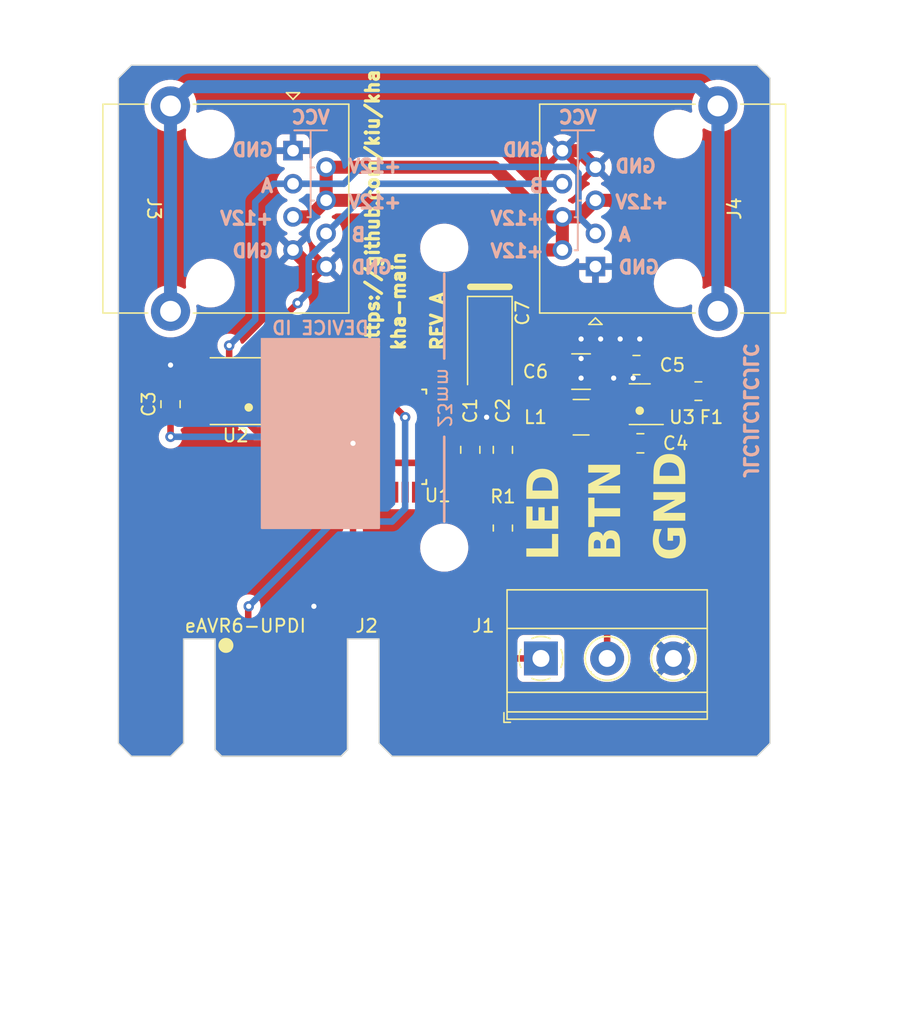
<source format=kicad_pcb>
(kicad_pcb (version 20221018) (generator pcbnew)
  (layers (0 "F.Cu" signal) (31 "B.Cu" signal) (34 "B.Paste" user) (35 "F.Paste" user) (36 "B.SilkS" user "B.Silkscreen") (37 "F.SilkS" user "F.Silkscreen") (38 "B.Mask" user) (39 "F.Mask" user) (44 "Edge.Cuts" user))
  (net 0 "")
  (net 1 "+5V")
  (net 2 "GND")
  (net 3 "UPDI")
  (net 4 "BUS_RX")
  (net 5 "BUS_DIR")
  (net 6 "BUS_TX")
  (net 15 "+12V")
  (net 16 "485A")
  (net 17 "485B")
  (net 20 "Net-(U3-SW)")
  (net 21 "Net-(U3-BST)")
  (net 22 "Net-(U3-EN)")
  (net 27 "LED")
  (net 29 "BTN")
  (net 34 "Net-(J3-PadSH)")
  (net 37 "Net-(J1-Pin_1)")
  (footprint "Capacitor_SMD:C_1210_3225Metric" (layer "F.Cu") (at 124.5 61.5)
    (fp_text reference "C6" (at -3.5 0) (layer "F.SilkS"))
    (fp_text value "47uF")
    (fp_line (start -0.711252 -1.36) (end 0.711252 -1.36) (stroke (width 0.12)) (layer "F.SilkS"))
    (fp_line (start -0.711252 1.36) (end 0.711252 1.36) (stroke (width 0.12)) (layer "F.SilkS"))
    (pad "1" smd roundrect (at -1.475 0) (size 1.15 2.7) (layers "F.Cu" "F.Paste" "F.Mask") (roundrect_rratio 0.2173913043) (net 1 "+5V"))
    (pad "2" smd roundrect (at 1.475 0) (size 1.15 2.7) (layers "F.Cu" "F.Paste" "F.Mask") (roundrect_rratio 0.2173913043) (net 2 "GND"))
  )
  (footprint "Fuse:Fuse_0805_2012Metric" (layer "F.Cu") (at 133.5 63)
    (fp_text reference "F1" (at 1 2) (layer "F.SilkS"))
    (fp_text value "Polyfuse")
    (fp_line (start -0.258578 -0.71) (end 0.258578 -0.71) (stroke (width 0.12)) (layer "F.SilkS"))
    (fp_line (start -0.258578 0.71) (end 0.258578 0.71) (stroke (width 0.12)) (layer "F.SilkS"))
    (pad "1" smd roundrect (at -0.9375 0) (size 0.975 1.4) (layers "F.Cu" "F.Paste" "F.Mask") (net 22 "Net-(U3-EN)"))
    (pad "2" smd roundrect (at 0.9375 0) (size 0.975 1.4) (layers "F.Cu" "F.Paste" "F.Mask") (net 15 "+12V"))
  )
  (footprint "TerminalBlock_Phoenix:TerminalBlock_Phoenix_MKDS-1,5-3-5.08_1x03_P5.08mm_Horizontal" (layer "F.Cu") (at 121.42 83.5)
    (fp_text reference "J1" (at -4.42 -2.5) (layer "F.SilkS"))
    (fp_text value "Conn_01x03")
    (fp_line (start -2.84 4.16) (end -2.84 4.9) (stroke (width 0.12)) (layer "F.SilkS"))
    (fp_line (start -2.84 4.9) (end -2.34 4.9) (stroke (width 0.12)) (layer "F.SilkS"))
    (fp_line (start -2.6 -5.261) (end -2.6 4.66) (stroke (width 0.12)) (layer "F.SilkS"))
    (fp_line (start -2.6 -5.261) (end 12.76 -5.261) (stroke (width 0.12)) (layer "F.SilkS"))
    (fp_line (start -2.6 -2.301) (end 12.76 -2.301) (stroke (width 0.12)) (layer "F.SilkS"))
    (fp_line (start -2.6 2.6) (end 12.76 2.6) (stroke (width 0.12)) (layer "F.SilkS"))
    (fp_line (start -2.6 4.1) (end 12.76 4.1) (stroke (width 0.12)) (layer "F.SilkS"))
    (fp_line (start -2.6 4.66) (end 12.76 4.66) (stroke (width 0.12)) (layer "F.SilkS"))
    (fp_line (start 3.853 1.023) (end 3.806 1.069) (stroke (width 0.12)) (layer "F.SilkS"))
    (fp_line (start 4.046 1.239) (end 4.011 1.274) (stroke (width 0.12)) (layer "F.SilkS"))
    (fp_line (start 6.15 -1.275) (end 6.115 -1.239) (stroke (width 0.12)) (layer "F.SilkS"))
    (fp_line (start 6.355 -1.069) (end 6.308 -1.023) (stroke (width 0.12)) (layer "F.SilkS"))
    (fp_line (start 8.933 1.023) (end 8.886 1.069) (stroke (width 0.12)) (layer "F.SilkS"))
    (fp_line (start 9.126 1.239) (end 9.091 1.274) (stroke (width 0.12)) (layer "F.SilkS"))
    (fp_line (start 11.23 -1.275) (end 11.195 -1.239) (stroke (width 0.12)) (layer "F.SilkS"))
    (fp_line (start 11.435 -1.069) (end 11.388 -1.023) (stroke (width 0.12)) (layer "F.SilkS"))
    (fp_line (start 12.76 -5.261) (end 12.76 4.66) (stroke (width 0.12)) (layer "F.SilkS"))
    (fp_arc (start -1.535427 0.683042) (mid -1.680501 -0.000524) (end -1.535 -0.684) (stroke (width 0.12)) (layer "F.SilkS"))
    (fp_arc (start -0.683042 -1.535427) (mid 0.000524 -1.680501) (end 0.684 -1.535) (stroke (width 0.12)) (layer "F.SilkS"))
    (fp_arc (start 0.028805 1.680253) (mid -0.335551 1.646659) (end -0.684 1.535) (stroke (width 0.12)) (layer "F.SilkS"))
    (fp_arc (start 0.683318 1.534756) (mid 0.349292 1.643288) (end 0 1.68) (stroke (width 0.12)) (layer "F.SilkS"))
    (fp_arc (start 1.535427 -0.683042) (mid 1.680501 0.000524) (end 1.535 0.684) (stroke (width 0.12)) (layer "F.SilkS"))
    (fp_circle (center 5.08 0) (end 6.76 0) (stroke (width 0.12)) (fill none) (layer "F.SilkS"))
    (fp_circle (center 10.16 0) (end 11.84 0) (stroke (width 0.12)) (fill none) (layer "F.SilkS"))
    (pad "1" thru_hole rect (at 0 0) (size 2.6 2.6) (drill 1.3) (layers "*.Cu" "*.Mask") (net 37 "Net-(J1-Pin_1)"))
    (pad "2" thru_hole circle (at 5.08 0) (size 2.6 2.6) (drill 1.3) (layers "*.Cu" "*.Mask") (net 29 "BTN"))
    (pad "3" thru_hole circle (at 10.16 0) (size 2.6 2.6) (drill 1.3) (layers "*.Cu" "*.Mask") (net 2 "GND"))
  )
  (footprint "MountingHole:MountingHole_3.2mm_M3_DIN965" (layer "F.Cu") (at 114 52)
    (fp_text reference "H1" hide)
    (fp_text value "MountingHole")
    (pad "" np_thru_hole circle (at 0 0) (size 3.2 3.2) (drill 3.2) (layers "*.Cu" "*.Mask"))
  )
  (footprint "Inductor_SMD:L_1210_3225Metric" (layer "F.Cu") (at 124.5 65 180)
    (fp_text reference "L1" (at 3.5 0) (layer "F.SilkS"))
    (fp_text value "4.7uH")
    (fp_line (start -0.602064 -1.36) (end 0.602064 -1.36) (stroke (width 0.12)) (layer "F.SilkS"))
    (fp_line (start -0.602064 1.36) (end 0.602064 1.36) (stroke (width 0.12)) (layer "F.SilkS"))
    (pad "1" smd roundrect (at -1.4 0 180) (size 1.25 2.65) (layers "F.Cu" "F.Paste" "F.Mask") (roundrect_rratio 0.2) (net 20 "Net-(U3-SW)"))
    (pad "2" smd roundrect (at 1.4 0 180) (size 1.25 2.65) (layers "F.Cu" "F.Paste" "F.Mask") (roundrect_rratio 0.2) (net 1 "+5V"))
  )
  (footprint "Capacitor_SMD:C_0805_2012Metric" (layer "F.Cu") (at 129.05 67)
    (fp_text reference "C4" (at 2.7 0) (layer "F.SilkS"))
    (fp_text value "100nF")
    (fp_line (start -0.261252 -0.735) (end 0.261252 -0.735) (stroke (width 0.12)) (layer "F.SilkS"))
    (fp_line (start -0.261252 0.735) (end 0.261252 0.735) (stroke (width 0.12)) (layer "F.SilkS"))
    (pad "1" smd roundrect (at -0.95 0) (size 1 1.45) (layers "F.Cu" "F.Paste" "F.Mask") (net 20 "Net-(U3-SW)"))
    (pad "2" smd roundrect (at 0.95 0) (size 1 1.45) (layers "F.Cu" "F.Paste" "F.Mask") (net 21 "Net-(U3-BST)"))
  )
  (footprint "Resistor_SMD:R_0805_2012Metric" (layer "F.Cu") (at 118.5 73.5 90)
    (fp_text reference "R1" (at 2.4125 0 180) (layer "F.SilkS"))
    (fp_text value "R")
    (fp_line (start -0.227064 -0.735) (end 0.227064 -0.735) (stroke (width 0.12)) (layer "F.SilkS"))
    (fp_line (start -0.227064 0.735) (end 0.227064 0.735) (stroke (width 0.12)) (layer "F.SilkS"))
    (pad "1" smd roundrect (at -0.9125 0 90) (size 1.025 1.4) (layers "F.Cu" "F.Paste" "F.Mask") (roundrect_rratio 0.243902439) (net 37 "Net-(J1-Pin_1)"))
    (pad "2" smd roundrect (at 0.9125 0 90) (size 1.025 1.4) (layers "F.Cu" "F.Paste" "F.Mask") (roundrect_rratio 0.243902439) (net 27 "LED"))
  )
  (footprint "kiu-footprints:GDLX-S-88K" (layer "F.Cu") (at 93 49 -90)
    (fp_text reference "J3" (at 0 1.27 -90 unlocked) (layer "F.SilkS"))
    (fp_text value "RJ45_Shielded")
    (fp_line (start -8.886 -9.906) (end -8.886 -8.89) (stroke (width 0.12)) (layer "F.SilkS"))
    (fp_line (start -8.886 -8.89) (end -8.378 -9.398) (stroke (width 0.12)) (layer "F.SilkS"))
    (fp_line (start -8.378 -9.398) (end -8.886 -9.906) (stroke (width 0.12)) (layer "F.SilkS"))
    (fp_line (start -8.01 -13.678) (end -8.01 -1.748) (stroke (width 0.12)) (layer "F.SilkS"))
    (fp_line (start -8.01 1.752) (end -8.01 5.192) (stroke (width 0.12)) (layer "F.SilkS"))
    (fp_line (start 8.01 -13.678) (end -8.01 -13.678) (stroke (width 0.12)) (layer "F.SilkS"))
    (fp_line (start 8.01 -13.678) (end 8.01 -1.748) (stroke (width 0.12)) (layer "F.SilkS"))
    (fp_line (start 8.01 1.752) (end 8.01 5.192) (stroke (width 0.12)) (layer "F.SilkS"))
    (fp_line (start 8.01 5.192) (end -8.01 5.192) (stroke (width 0.12)) (layer "F.SilkS"))
    (pad "" np_thru_hole circle (at -5.715 -3.048 270) (size 3.25 3.25) (drill 3.25) (layers "*.Cu" "*.Mask"))
    (pad "" np_thru_hole circle (at 5.715 -3.048 90) (size 3.25 3.25) (drill 3.25) (layers "*.Cu" "*.Mask"))
    (pad "1" thru_hole rect (at -4.445 -9.398 90) (size 1.5 1.5) (drill 0.9) (layers "*.Cu" "*.Mask") (net 2 "GND"))
    (pad "2" thru_hole circle (at -3.175 -11.938 90) (size 1.5 1.5) (drill 0.9) (layers "*.Cu" "*.Mask") (net 15 "+12V"))
    (pad "3" thru_hole circle (at -1.905 -9.398 90) (size 1.5 1.5) (drill 0.9) (layers "*.Cu" "*.Mask") (net 16 "485A"))
    (pad "4" thru_hole circle (at -0.635 -11.938 90) (size 1.5 1.5) (drill 0.9) (layers "*.Cu" "*.Mask") (net 15 "+12V"))
    (pad "5" thru_hole circle (at 0.635 -9.398 90) (size 1.5 1.5) (drill 0.9) (layers "*.Cu" "*.Mask") (net 15 "+12V"))
    (pad "6" thru_hole circle (at 1.905 -11.938 90) (size 1.5 1.5) (drill 0.9) (layers "*.Cu" "*.Mask") (net 17 "485B"))
    (pad "7" thru_hole circle (at 3.175 -9.398 90) (size 1.5 1.5) (drill 0.9) (layers "*.Cu" "*.Mask") (net 2 "GND"))
    (pad "8" thru_hole circle (at 4.445 -11.938 90) (size 1.5 1.5) (drill 0.9) (layers "*.Cu" "*.Mask") (net 2 "GND"))
    (pad "SH" thru_hole circle (at -7.874 0.002 270) (size 3 3) (drill 1.6) (layers "*.Cu" "*.Mask") (net 34 "Net-(J3-PadSH)"))
    (pad "SH" thru_hole circle (at 7.874 0 90) (size 3 3) (drill 1.6) (layers "*.Cu" "*.Mask") (net 34 "Net-(J3-PadSH)"))
  )
  (footprint "MountingHole:MountingHole_3.2mm_M3_DIN965" (layer "F.Cu") (at 114 75)
    (fp_text reference "H2" hide)
    (fp_text value "MountingHole")
    (pad "" np_thru_hole circle (at 0 0) (size 3.2 3.2) (drill 3.2) (layers "*.Cu" "*.Mask"))
  )
  (footprint "Package_QFP:TQFP-32_7x7mm_P0.8mm" (layer "F.Cu") (at 109 66.5)
    (fp_text reference "U1" (at 4.5 4.5) (layer "F.SilkS"))
    (fp_text value "AVR64DD32")
    (fp_line (start -3.625 -3.625) (end -3.625 -3.4) (stroke (width 0.15)) (layer "F.SilkS"))
    (fp_line (start -3.625 -3.625) (end -3.3 -3.625) (stroke (width 0.15)) (layer "F.SilkS"))
    (fp_line (start -3.625 -3.4) (end -5.05 -3.4) (stroke (width 0.15)) (layer "F.SilkS"))
    (fp_line (start -3.625 3.625) (end -3.625 3.3) (stroke (width 0.15)) (layer "F.SilkS"))
    (fp_line (start -3.625 3.625) (end -3.3 3.625) (stroke (width 0.15)) (layer "F.SilkS"))
    (fp_line (start 3.625 -3.625) (end 3.3 -3.625) (stroke (width 0.15)) (layer "F.SilkS"))
    (fp_line (start 3.625 -3.625) (end 3.625 -3.3) (stroke (width 0.15)) (layer "F.SilkS"))
    (fp_line (start 3.625 3.625) (end 3.3 3.625) (stroke (width 0.15)) (layer "F.SilkS"))
    (fp_line (start 3.625 3.625) (end 3.625 3.3) (stroke (width 0.15)) (layer "F.SilkS"))
    (pad "1" smd rect (at -4.25 -2.8) (size 1.6 0.55) (layers "F.Cu" "F.Paste" "F.Mask") (net 5 "BUS_DIR"))
    (pad "2" smd rect (at -4.25 -2) (size 1.6 0.55) (layers "F.Cu" "F.Paste" "F.Mask"))
    (pad "3" smd rect (at -4.25 -1.2) (size 1.6 0.55) (layers "F.Cu" "F.Paste" "F.Mask"))
    (pad "4" smd rect (at -4.25 -0.4) (size 1.6 0.55) (layers "F.Cu" "F.Paste" "F.Mask"))
    (pad "5" smd rect (at -4.25 0.4) (size 1.6 0.55) (layers "F.Cu" "F.Paste" "F.Mask"))
    (pad "6" smd rect (at -4.25 1.2) (size 1.6 0.55) (layers "F.Cu" "F.Paste" "F.Mask"))
    (pad "7" smd rect (at -4.25 2) (size 1.6 0.55) (layers "F.Cu" "F.Paste" "F.Mask"))
    (pad "8" smd rect (at -4.25 2.8) (size 1.6 0.55) (layers "F.Cu" "F.Paste" "F.Mask"))
    (pad "9" smd rect (at -2.8 4.25 90) (size 1.6 0.55) (layers "F.Cu" "F.Paste" "F.Mask"))
    (pad "10" smd rect (at -2 4.25 90) (size 1.6 0.55) (layers "F.Cu" "F.Paste" "F.Mask") (net 1 "+5V"))
    (pad "11" smd rect (at -1.2 4.25 90) (size 1.6 0.55) (layers "F.Cu" "F.Paste" "F.Mask"))
    (pad "12" smd rect (at -0.4 4.25 90) (size 1.6 0.55) (layers "F.Cu" "F.Paste" "F.Mask"))
    (pad "13" smd rect (at 0.4 4.25 90) (size 1.6 0.55) (layers "F.Cu" "F.Paste" "F.Mask"))
    (pad "14" smd rect (at 1.2 4.25 90) (size 1.6 0.55) (layers "F.Cu" "F.Paste" "F.Mask"))
    (pad "15" smd rect (at 2 4.25 90) (size 1.6 0.55) (layers "F.Cu" "F.Paste" "F.Mask"))
    (pad "16" smd rect (at 2.8 4.25 90) (size 1.6 0.55) (layers "F.Cu" "F.Paste" "F.Mask") (net 27 "LED"))
    (pad "17" smd rect (at 4.25 2.8) (size 1.6 0.55) (layers "F.Cu" "F.Paste" "F.Mask") (net 29 "BTN"))
    (pad "18" smd rect (at 4.25 2) (size 1.6 0.55) (layers "F.Cu" "F.Paste" "F.Mask") (net 1 "+5V"))
    (pad "19" smd rect (at 4.25 1.2) (size 1.6 0.55) (layers "F.Cu" "F.Paste" "F.Mask") (net 2 "GND"))
    (pad "20" smd rect (at 4.25 0.4) (size 1.6 0.55) (layers "F.Cu" "F.Paste" "F.Mask"))
    (pad "21" smd rect (at 4.25 -0.4) (size 1.6 0.55) (layers "F.Cu" "F.Paste" "F.Mask"))
    (pad "22" smd rect (at 4.25 -1.2) (size 1.6 0.55) (layers "F.Cu" "F.Paste" "F.Mask"))
    (pad "23" smd rect (at 4.25 -2) (size 1.6 0.55) (layers "F.Cu" "F.Paste" "F.Mask"))
    (pad "24" smd rect (at 4.25 -2.8) (size 1.6 0.55) (layers "F.Cu" "F.Paste" "F.Mask"))
    (pad "25" smd rect (at 2.8 -4.25 90) (size 1.6 0.55) (layers "F.Cu" "F.Paste" "F.Mask"))
    (pad "26" smd rect (at 2 -4.25 90) (size 1.6 0.55) (layers "F.Cu" "F.Paste" "F.Mask"))
    (pad "27" smd rect (at 1.2 -4.25 90) (size 1.6 0.55) (layers "F.Cu" "F.Paste" "F.Mask") (net 3 "UPDI"))
    (pad "28" smd rect (at 0.4 -4.25 90) (size 1.6 0.55) (layers "F.Cu" "F.Paste" "F.Mask") (net 1 "+5V"))
    (pad "29" smd rect (at -0.4 -4.25 90) (size 1.6 0.55) (layers "F.Cu" "F.Paste" "F.Mask") (net 2 "GND"))
    (pad "30" smd rect (at -1.2 -4.25 90) (size 1.6 0.55) (layers "F.Cu" "F.Paste" "F.Mask") (net 6 "BUS_TX"))
    (pad "31" smd rect (at -2 -4.25 90) (size 1.6 0.55) (layers "F.Cu" "F.Paste" "F.Mask") (net 4 "BUS_RX"))
    (pad "32" smd rect (at -2.8 -4.25 90) (size 1.6 0.55) (layers "F.Cu" "F.Paste" "F.Mask"))
  )
  (footprint "Capacitor_SMD:C_0805_2012Metric" (layer "F.Cu") (at 118.5 67.5 90)
    (fp_text reference "C2" (at 3 0 90) (layer "F.SilkS"))
    (fp_text value "100nF")
    (fp_line (start -0.261252 -0.735) (end 0.261252 -0.735) (stroke (width 0.12)) (layer "F.SilkS"))
    (fp_line (start -0.261252 0.735) (end 0.261252 0.735) (stroke (width 0.12)) (layer "F.SilkS"))
    (pad "1" smd roundrect (at -0.95 0 90) (size 1 1.45) (layers "F.Cu" "F.Paste" "F.Mask") (net 1 "+5V"))
    (pad "2" smd roundrect (at 0.95 0 90) (size 1 1.45) (layers "F.Cu" "F.Paste" "F.Mask") (net 2 "GND"))
  )
  (footprint "Package_SO:SOIC-8_3.9x4.9mm_P1.27mm" (layer "F.Cu") (at 98 63 180)
    (fp_text reference "U2" (at 0 -3.4 180) (layer "F.SilkS"))
    (fp_text value "SP481E")
    (fp_line (start 0 -2.56) (end -3.45 -2.56) (stroke (width 0.12)) (layer "F.SilkS"))
    (fp_line (start 0 -2.56) (end 1.95 -2.56) (stroke (width 0.12)) (layer "F.SilkS"))
    (fp_line (start 0 2.56) (end -1.95 2.56) (stroke (width 0.12)) (layer "F.SilkS"))
    (fp_line (start 0 2.56) (end 1.95 2.56) (stroke (width 0.12)) (layer "F.SilkS"))
    (pad "1" smd roundrect (at -2.475 -1.905 180) (size 1.95 0.6) (layers "F.Cu" "F.Paste" "F.Mask") (net 4 "BUS_RX"))
    (pad "2" smd roundrect (at -2.475 -0.635 180) (size 1.95 0.6) (layers "F.Cu" "F.Paste" "F.Mask") (net 5 "BUS_DIR"))
    (pad "3" smd roundrect (at -2.475 0.635 180) (size 1.95 0.6) (layers "F.Cu" "F.Paste" "F.Mask") (net 5 "BUS_DIR"))
    (pad "4" smd roundrect (at -2.475 1.905 180) (size 1.95 0.6) (layers "F.Cu" "F.Paste" "F.Mask") (net 6 "BUS_TX"))
    (pad "5" smd roundrect (at 2.475 1.905 180) (size 1.95 0.6) (layers "F.Cu" "F.Paste" "F.Mask") (net 2 "GND"))
    (pad "6" smd roundrect (at 2.475 0.635 180) (size 1.95 0.6) (layers "F.Cu" "F.Paste" "F.Mask") (net 16 "485A"))
    (pad "7" smd roundrect (at 2.475 -0.635 180) (size 1.95 0.6) (layers "F.Cu" "F.Paste" "F.Mask") (net 17 "485B"))
    (pad "8" smd roundrect (at 2.475 -1.905 180) (size 1.95 0.6) (layers "F.Cu" "F.Paste" "F.Mask") (net 1 "+5V"))
  )
  (footprint "Capacitor_SMD:C_0805_2012Metric" (layer "F.Cu") (at 128.75 61)
    (fp_text reference "C5" (at 2.75 0) (layer "F.SilkS"))
    (fp_text value "10uF")
    (fp_line (start -0.261252 -0.735) (end 0.261252 -0.735) (stroke (width 0.12)) (layer "F.SilkS"))
    (fp_line (start -0.261252 0.735) (end 0.261252 0.735) (stroke (width 0.12)) (layer "F.SilkS"))
    (pad "1" smd roundrect (at -0.95 0) (size 1 1.45) (layers "F.Cu" "F.Paste" "F.Mask") (net 2 "GND"))
    (pad "2" smd roundrect (at 0.95 0) (size 1 1.45) (layers "F.Cu" "F.Paste" "F.Mask") (net 22 "Net-(U3-EN)"))
  )
  (footprint "Package_TO_SOT_SMD:TSOT-23-6" (layer "F.Cu") (at 129 64 180)
    (fp_text reference "U3" (at -3.25 -1) (layer "F.SilkS"))
    (fp_text value "AP63205WU")
    (fp_line (start 0 -1.56) (end -1.8 -1.56) (stroke (width 0.12)) (layer "F.SilkS"))
    (fp_line (start 0 -1.56) (end 0.8 -1.56) (stroke (width 0.12)) (layer "F.SilkS"))
    (fp_line (start 0 1.56) (end -0.8 1.56) (stroke (width 0.12)) (layer "F.SilkS"))
    (fp_line (start 0 1.56) (end 0.8 1.56) (stroke (width 0.12)) (layer "F.SilkS"))
    (pad "1" smd roundrect (at -1.1375 -0.95 180) (size 1.325 0.6) (layers "F.Cu" "F.Paste" "F.Mask") (net 1 "+5V"))
    (pad "2" smd roundrect (at -1.1375 0 180) (size 1.325 0.6) (layers "F.Cu" "F.Paste" "F.Mask") (net 22 "Net-(U3-EN)"))
    (pad "3" smd roundrect (at -1.1375 0.95 180) (size 1.325 0.6) (layers "F.Cu" "F.Paste" "F.Mask") (net 22 "Net-(U3-EN)"))
    (pad "4" smd roundrect (at 1.1375 0.95 180) (size 1.325 0.6) (layers "F.Cu" "F.Paste" "F.Mask") (net 2 "GND"))
    (pad "5" smd roundrect (at 1.1375 0 180) (size 1.325 0.6) (layers "F.Cu" "F.Paste" "F.Mask") (net 20 "Net-(U3-SW)"))
    (pad "6" smd roundrect (at 1.1375 -0.95 180) (size 1.325 0.6) (layers "F.Cu" "F.Paste" "F.Mask") (net 21 "Net-(U3-BST)"))
  )
  (footprint "Capacitor_SMD:C_0805_2012Metric" (layer "F.Cu") (at 93 64 90)
    (fp_text reference "C3" (at 0 -1.68 90) (layer "F.SilkS"))
    (fp_text value "100nF")
    (fp_line (start -0.261252 -0.735) (end 0.261252 -0.735) (stroke (width 0.12)) (layer "F.SilkS"))
    (fp_line (start -0.261252 0.735) (end 0.261252 0.735) (stroke (width 0.12)) (layer "F.SilkS"))
    (pad "1" smd roundrect (at -0.95 0 90) (size 1 1.45) (layers "F.Cu" "F.Paste" "F.Mask") (net 1 "+5V"))
    (pad "2" smd roundrect (at 0.95 0 90) (size 1 1.45) (layers "F.Cu" "F.Paste" "F.Mask") (net 2 "GND"))
  )
  (footprint "kiu-footprints:GDLX-S-88K" (layer "F.Cu") (at 135 49 90)
    (fp_text reference "J4" (at 0 1.27 90 unlocked) (layer "F.SilkS"))
    (fp_text value "RJ45_Shielded")
    (fp_line (start -8.886 -9.906) (end -8.886 -8.89) (stroke (width 0.12)) (layer "F.SilkS"))
    (fp_line (start -8.886 -8.89) (end -8.378 -9.398) (stroke (width 0.12)) (layer "F.SilkS"))
    (fp_line (start -8.378 -9.398) (end -8.886 -9.906) (stroke (width 0.12)) (layer "F.SilkS"))
    (fp_line (start -8.01 -13.678) (end -8.01 -1.748) (stroke (width 0.12)) (layer "F.SilkS"))
    (fp_line (start -8.01 1.752) (end -8.01 5.192) (stroke (width 0.12)) (layer "F.SilkS"))
    (fp_line (start 8.01 -13.678) (end -8.01 -13.678) (stroke (width 0.12)) (layer "F.SilkS"))
    (fp_line (start 8.01 -13.678) (end 8.01 -1.748) (stroke (width 0.12)) (layer "F.SilkS"))
    (fp_line (start 8.01 1.752) (end 8.01 5.192) (stroke (width 0.12)) (layer "F.SilkS"))
    (fp_line (start 8.01 5.192) (end -8.01 5.192) (stroke (width 0.12)) (layer "F.SilkS"))
    (pad "" np_thru_hole circle (at -5.715 -3.048 90) (size 3.25 3.25) (drill 3.25) (layers "*.Cu" "*.Mask"))
    (pad "" np_thru_hole circle (at 5.715 -3.048 270) (size 3.25 3.25) (drill 3.25) (layers "*.Cu" "*.Mask"))
    (pad "1" thru_hole rect (at -4.445 -9.398 270) (size 1.5 1.5) (drill 0.9) (layers "*.Cu" "*.Mask") (net 2 "GND"))
    (pad "2" thru_hole circle (at -3.175 -11.938 270) (size 1.5 1.5) (drill 0.9) (layers "*.Cu" "*.Mask") (net 15 "+12V"))
    (pad "3" thru_hole circle (at -1.905 -9.398 270) (size 1.5 1.5) (drill 0.9) (layers "*.Cu" "*.Mask") (net 16 "485A"))
    (pad "4" thru_hole circle (at -0.635 -11.938 270) (size 1.5 1.5) (drill 0.9) (layers "*.Cu" "*.Mask") (net 15 "+12V"))
    (pad "5" thru_hole circle (at 0.635 -9.398 270) (size 1.5 1.5) (drill 0.9) (layers "*.Cu" "*.Mask") (net 15 "+12V"))
    (pad "6" thru_hole circle (at 1.905 -11.938 270) (size 1.5 1.5) (drill 0.9) (layers "*.Cu" "*.Mask") (net 17 "485B"))
    (pad "7" thru_hole circle (at 3.175 -9.398 270) (size 1.5 1.5) (drill 0.9) (layers "*.Cu" "*.Mask") (net 2 "GND"))
    (pad "8" thru_hole circle (at 4.445 -11.938 270) (size 1.5 1.5) (drill 0.9) (layers "*.Cu" "*.Mask") (net 2 "GND"))
    (pad "SH" thru_hole circle (at -7.874 0.002 90) (size 3 3) (drill 1.6) (layers "*.Cu" "*.Mask") (net 34 "Net-(J3-PadSH)"))
    (pad "SH" thru_hole circle (at 7.874 0 270) (size 3 3) (drill 1.6) (layers "*.Cu" "*.Mask") (net 34 "Net-(J3-PadSH)"))
  )
  (footprint "Capacitor_SMD:C_0805_2012Metric" (layer "F.Cu") (at 116 67.5 90)
    (fp_text reference "C1" (at 3 0 90) (layer "F.SilkS"))
    (fp_text value "10nF")
    (fp_line (start -0.261252 -0.735) (end 0.261252 -0.735) (stroke (width 0.12)) (layer "F.SilkS"))
    (fp_line (start -0.261252 0.735) (end 0.261252 0.735) (stroke (width 0.12)) (layer "F.SilkS"))
    (pad "1" smd roundrect (at -0.95 0 90) (size 1 1.45) (layers "F.Cu" "F.Paste" "F.Mask") (net 1 "+5V"))
    (pad "2" smd roundrect (at 0.95 0 90) (size 1 1.45) (layers "F.Cu" "F.Paste" "F.Mask") (net 2 "GND"))
  )
  (footprint "eAVR:eAVR6-UPDI-F" (layer "F.Cu") (at 101.5 91)
    (fp_text reference "J2" (at 7.5 -10) (layer "F.SilkS") (effects (justify right)))
    (fp_text value "AVR-UPDI-6" hide)
    (fp_text user "eAVR6-UPDI" (at -7.5 -10 unlocked) (layer "F.SilkS") (effects (justify left)))
    (fp_circle (center -4.25 -8.5) (end -3.75 -8.5) (stroke (width 0.15)) (fill solid) (layer "F.SilkS"))
    (fp_line (start -5.08 -9) (end -5.08 -0.5) (stroke (width 0.12)) (layer "Edge.Cuts"))
    (fp_line (start -5.08 -0.5) (end -4.58 0) (stroke (width 0.12)) (layer "Edge.Cuts"))
    (fp_line (start -4.58 0) (end 4.58 0) (stroke (width 0.12)) (layer "Edge.Cuts"))
    (fp_line (start 5.08 -9) (end 5.08 -0.5) (stroke (width 0.12)) (layer "Edge.Cuts"))
    (fp_line (start 5.08 -0.5) (end 4.58 0) (stroke (width 0.12)) (layer "Edge.Cuts"))
    (pad "1" connect rect (at -2.54 -5) (size 1.4 8) (layers "F.Cu" "F.Mask") (net 3 "UPDI"))
    (pad "2" connect rect (at 0 -5) (size 1.4 8) (layers "F.Cu" "F.Mask") (net 1 "+5V"))
    (pad "6" connect rect (at 2.54 -5) (size 1.4 8) (layers "F.Cu" "F.Mask") (net 2 "GND"))
  )
  (footprint "Capacitor_Tantalum_SMD:CP_EIA-6032-28_Kemet-C" (layer "F.Cu") (at 117.5 59.5 -90)
    (fp_text reference "C7" (at -2.5 -2.5 90) (layer "F.SilkS"))
    (fp_text value "220uF")
    (fp_line (start -3.76 -1.71) (end -3.76 1.71) (stroke (width 0.12)) (layer "F.SilkS"))
    (fp_line (start -3.76 1.71) (end 3 1.71) (stroke (width 0.12)) (layer "F.SilkS"))
    (fp_line (start 3 -1.71) (end -3.76 -1.71) (stroke (width 0.12)) (layer "F.SilkS"))
    (pad "1" smd roundrect (at -2.4625 0 270) (size 2.075 2.35) (layers "F.Cu" "F.Paste" "F.Mask") (roundrect_rratio 0.1204819277) (net 1 "+5V"))
    (pad "2" smd roundrect (at 2.4625 0 270) (size 2.075 2.35) (layers "F.Cu" "F.Paste" "F.Mask") (roundrect_rratio 0.1204819277) (net 2 "GND"))
  )
  (gr_rect (start 100 58.996825) (end 109 73.503175) (stroke (width 0.15)) (fill solid) (layer "B.SilkS"))
  (gr_line (start 124.25 52.197) (end 124 52.197) (stroke (width 0.15)) (layer "B.SilkS"))
  (gr_line (start 103.75 43) (end 103.75 49.657) (stroke (width 0.15)) (layer "B.SilkS"))
  (gr_line (start 103.75 48.387) (end 104 48.387) (stroke (width 0.15)) (layer "B.SilkS"))
  (gr_line (start 103.75 45.847) (end 104 45.847) (stroke (width 0.15)) (layer "B.SilkS"))
  (gr_line (start 102.5 43) (end 105 43) (stroke (width 0.15)) (layer "B.SilkS"))
  (gr_line (start 124.25 48.387) (end 124.5 48.387) (stroke (width 0.15)) (layer "B.SilkS"))
  (gr_line (start 114 66.5) (end 114 73) (stroke (width 0.2)) (layer "B.SilkS"))
  (gr_line (start 123 43) (end 125.5 43) (stroke (width 0.15)) (layer "B.SilkS"))
  (gr_line (start 114 54) (end 114 60.5) (stroke (width 0.2)) (layer "B.SilkS"))
  (gr_line (start 124.25 43) (end 124.25 52.197) (stroke (width 0.15)) (layer "B.SilkS"))
  (gr_line (start 103.75 49.657) (end 103.5 49.657) (stroke (width 0.15)) (layer "B.SilkS"))
  (gr_line (start 124.25 49.657) (end 124 49.657) (stroke (width 0.15)) (layer "B.SilkS"))
  (gr_circle (center 106.25 63.75) (end 106.5 63.75) (stroke (width 0.15)) (fill solid) (layer "F.SilkS"))
  (gr_line (start 116 55) (end 119 55) (stroke (width 0.5)) (layer "F.SilkS"))
  (gr_circle (center 129 64.5) (end 129.25 64.5) (stroke (width 0.15)) (fill solid) (layer "F.SilkS"))
  (gr_circle (center 99 64.25) (end 99.25 64.25) (stroke (width 0.15)) (fill solid) (layer "F.SilkS"))
  (gr_line (start 96.42 82) (end 94 82) (stroke (width 0.1)) (layer "Edge.Cuts"))
  (gr_line (start 89 39) (end 89 90) (stroke (width 0.1)) (layer "Edge.Cuts"))
  (gr_line (start 109 90) (end 110 91) (stroke (width 0.1)) (layer "Edge.Cuts"))
  (gr_line (start 109 88.58) (end 109 82) (stroke (width 0.1)) (layer "Edge.Cuts"))
  (gr_line (start 139 39) (end 139 90) (stroke (width 0.1)) (layer "Edge.Cuts"))
  (gr_line (start 89 39) (end 90 38) (stroke (width 0.1)) (layer "Edge.Cuts"))
  (gr_line (start 109 90) (end 109 88.58) (stroke (width 0.1)) (layer "Edge.Cuts"))
  (gr_line (start 94 90) (end 94 82) (stroke (width 0.1)) (layer "Edge.Cuts"))
  (gr_line (start 93 91) (end 94 90) (stroke (width 0.1)) (layer "Edge.Cuts"))
  (gr_line (start 138 91) (end 139 90) (stroke (width 0.1)) (layer "Edge.Cuts"))
  (gr_line (start 138 38) (end 139 39) (stroke (width 0.1)) (layer "Edge.Cuts"))
  (gr_line (start 89 90) (end 90 91) (stroke (width 0.1)) (layer "Edge.Cuts"))
  (gr_line (start 110 91) (end 138 91) (stroke (width 0.1)) (layer "Edge.Cuts"))
  (gr_line (start 90 38) (end 138 38) (stroke (width 0.1)) (layer "Edge.Cuts"))
  (gr_line (start 109 82) (end 106.58 82) (stroke (width 0.1)) (layer "Edge.Cuts"))
  (gr_line (start 90 91) (end 93 91) (stroke (width 0.1)) (layer "Edge.Cuts"))
  (gr_text "DEVICE ID" (at 104.5 58.75) (layer "B.SilkS") (effects (font (size 1 1) (thickness 0.2) bold) (justify bottom mirror)))
  (gr_text "+12V" (at 121.75 52.25) (layer "B.SilkS") (effects (font (size 1 1) (thickness 0.25)) (justify left mirror)))
  (gr_text "GND" (at 127.25 53.5) (layer "B.SilkS") (effects (font (size 1 1) (thickness 0.25)) (justify right mirror)))
  (gr_text "B" (at 106.75 51) (layer "B.SilkS") (effects (font (size 1 1) (thickness 0.25)) (justify right mirror)))
  (gr_text "GND" (at 121.75 44.5) (layer "B.SilkS") (effects (font (size 1 1) (thickness 0.25)) (justify left mirror)))
  (gr_text "GND" (at 101 52.25) (layer "B.SilkS") (effects (font (size 1 1) (thickness 0.25)) (justify left mirror)))
  (gr_text "B" (at 121.75 47.25) (layer "B.SilkS") (effects (font (size 1 1) (thickness 0.25)) (justify left mirror)))
  (gr_text "GND" (at 106.75 53.5) (layer "B.SilkS") (effects (font (size 1 1) (thickness 0.25)) (justify right mirror)))
  (gr_text "+12V" (at 121.75 49.75) (layer "B.SilkS") (effects (font (size 1 1) (thickness 0.25)) (justify left mirror)))
  (gr_text "GND" (at 127 45.75) (layer "B.SilkS") (effects (font (size 1 1) (thickness 0.25)) (justify right mirror)))
  (gr_text "JLCJLCJLCJLC" (at 137.5 64.5 270) (layer "B.SilkS") (effects (font (size 1 1) (thickness 0.25)) (justify mirror)))
  (gr_text "VCC" (at 103.75 42) (layer "B.SilkS") (effects (font (size 1 1) (thickness 0.25)) (justify mirror)))
  (gr_text "VCC" (at 124.25 42) (layer "B.SilkS") (effects (font (size 1 1) (thickness 0.25)) (justify mirror)))
  (gr_text "+12V" (at 101 49.75) (layer "B.SilkS") (effects (font (size 1 1) (thickness 0.25)) (justify left mirror)))
  (gr_text "A" (at 101 47.25) (layer "B.SilkS") (effects (font (size 1 1) (thickness 0.25)) (justify left mirror)))
  (gr_text "GND" (at 101 44.5) (layer "B.SilkS") (effects (font (size 1 1) (thickness 0.25)) (justify left mirror)))
  (gr_text "A" (at 127.25 51) (layer "B.SilkS") (effects (font (size 1 1) (thickness 0.25)) (justify right mirror)))
  (gr_text "+12V" (at 106.5 45.75) (layer "B.SilkS") (effects (font (size 1 1) (thickness 0.25)) (justify right mirror)))
  (gr_text "+12V" (at 106.5 48.5) (layer "B.SilkS") (effects (font (size 1 1) (thickness 0.25)) (justify right mirror)))
  (gr_text "23mm" (at 114 63.5 270) (layer "B.SilkS") (effects (font (size 1 1)) (justify mirror)))
  (gr_text "+12V" (at 127 48.5) (layer "B.SilkS") (effects (font (size 1 1) (thickness 0.25)) (justify right mirror)))
  (gr_text "BTN" (at 126.5 76 90) (layer "F.SilkS") (effects (font (size 2.4 2.4) (thickness 0.4) bold) (justify left)))
  (gr_text "REV A" (at 113.5 60 90) (layer "F.SilkS") (effects (font (size 1 1) (thickness 0.25)) (justify left)))
  (gr_text "GND" (at 131.5 76 90) (layer "F.SilkS") (effects (font (size 2.4 2.4) (thickness 0.4) bold) (justify left)))
  (gr_text "https://github.com/kiu/kha" (at 108.5 60 90) (layer "F.SilkS") (effects (font (size 1 1) (thickness 0.25)) (justify left)))
  (gr_text "kha-main" (at 110.5 60 90) (layer "F.SilkS") (effects (font (size 1 1) (thickness 0.25)) (justify left)))
  (gr_text "LED" (at 121.75 76 90) (layer "F.SilkS") (effects (font (size 2.4 2.4) (thickness 0.4) bold) (justify left)))
  (segment (start 110 68.5) (end 108.075 68.5) (width 0.5) (layer "F.Cu") (net 1))
  (segment (start 118.5 68.45) (end 123.9125 68.45) (width 0.5) (layer "F.Cu") (net 1))
  (segment (start 107 70.75) (end 107 72) (width 0.5) (layer "F.Cu") (net 1))
  (segment (start 95.525 64.905) (end 93.25 64.905) (width 0.5) (layer "F.Cu") (net 1))
  (segment (start 115.95 68.5) (end 116 68.45) (width 0.5) (layer "F.Cu") (net 1))
  (segment (start 110 68.5) (end 113.25 68.5) (width 0.5) (layer "F.Cu") (net 1))
  (segment (start 101.5 79.5) (end 107 74) (width 0.5) (layer "F.Cu") (net 1))
  (segment (start 93.25 64.905) (end 93.25 64.95) (width 0.5) (layer "F.Cu") (net 1))
  (segment (start 117.5 57.0375) (end 111.9625 57.0375) (width 0.5) (layer "F.Cu") (net 1))
  (segment (start 109.4 67.9) (end 110 68.5) (width 0.5) (layer "F.Cu") (net 1))
  (segment (start 108.075 68.5) (end 107 69.575) (width 0.5) (layer "F.Cu") (net 1))
  (segment (start 124.0375 68.5) (end 124 68.5375) (width 0.5) (layer "F.Cu") (net 1))
  (segment (start 118.5 68.45) (end 116 68.45) (width 0.5) (layer "F.Cu") (net 1))
  (segment (start 107 74) (end 107 72) (width 0.5) (layer "F.Cu") (net 1))
  (segment (start 123.1 61.575) (end 123.025 61.5) (width 1) (layer "F.Cu") (net 1))
  (segment (start 93 66.5) (end 93 64.95) (width 0.5) (layer "F.Cu") (net 1))
  (segment (start 123.1 65) (end 123.1 67.6375) (width 1) (layer "F.Cu") (net 1))
  (segment (start 109.4 66.5) (end 109.4 67.9) (width 0.5) (layer "F.Cu") (net 1))
  (segment (start 123.1 67.6375) (end 124 68.5375) (width 1) (layer "F.Cu") (net 1))
  (segment (start 107 69.575) (end 107 70.75) (width 0.5) (layer "F.Cu") (net 1))
  (segment (start 109.4 62.25) (end 109.4 66.5) (width 0.5) (layer "F.Cu") (net 1))
  (segment (start 101.5 86) (end 101.5 79.5) (width 0.5) (layer "F.Cu") (net 1))
  (segment (start 109.4 59.6) (end 109.4 62.25) (width 0.5) (layer "F.Cu") (net 1))
  (segment (start 130.5 68.5) (end 124.0375 68.5) (width 0.5) (layer "F.Cu") (net 1))
  (segment (start 107 67) (end 107 69.575) (width 0.5) (layer "F.Cu") (net 1))
  (segment (start 131 65.8125) (end 131 68) (width 0.5) (layer "F.Cu") (net 1))
  (segment (start 131 68) (end 130.5 68.5) (width 0.5) (layer "F.Cu") (net 1))
  (segment (start 123.1 65) (end 123.1 61.575) (width 1) (layer "F.Cu") (net 1))
  (segment (start 113.25 68.5) (end 115.95 68.5) (width 0.5) (layer "F.Cu") (net 1))
  (segment (start 111.9625 57.0375) (end 109.4 59.6) (width 0.5) (layer "F.Cu") (net 1))
  (segment (start 130.1375 64.95) (end 131 65.8125) (width 0.5) (layer "F.Cu") (net 1))
  (via (at 93 66.5) (size 0.8) (drill 0.4) (layers "F.Cu" "B.Cu") (net 1))
  (via (at 107 67) (size 0.8) (drill 0.4) (layers "F.Cu" "B.Cu") (net 1))
  (segment (start 94.64 66.5) (end 104.5 66.5) (width 0.5) (layer "B.Cu") (net 1))
  (segment (start 104.5 66.5) (end 106.5 66.5) (width 0.5) (layer "B.Cu") (net 1))
  (segment (start 106.5 66.5) (end 107 67) (width 0.5) (layer "B.Cu") (net 1))
  (segment (start 94.64 66.5) (end 93 66.5) (width 0.5) (layer "B.Cu") (net 1))
  (segment (start 124.332 44.555) (end 125.602 45.825) (width 1) (layer "F.Cu") (net 2))
  (segment (start 95.525 61.095) (end 93.095 61.095) (width 0.5) (layer "F.Cu") (net 2))
  (segment (start 113.25 67.7) (end 114.85 67.7) (width 0.5) (layer "F.Cu") (net 2))
  (segment (start 104.938 53.445) (end 103.668 53.445) (width 1) (layer "F.Cu") (net 2))
  (segment (start 108.6 57.107) (end 104.938 53.445) (width 0.5) (layer "F.Cu") (net 2))
  (segment (start 103.668 53.445) (end 102.398 52.175) (width 1) (layer "F.Cu") (net 2))
  (segment (start 114.85 67.7) (end 116 66.55) (width 0.5) (layer "F.Cu") (net 2))
  (segment (start 118.5 66.55) (end 116 66.55) (width 0.5) (layer "F.Cu") (net 2))
  (segment (start 93 63.05) (end 93 61) (width 0.5) (layer "F.Cu") (net 2))
  (segment (start 123.062 44.555) (end 124.332 44.555) (width 1) (layer "F.Cu") (net 2))
  (segment (start 108.6 62.25) (end 108.6 57.107) (width 0.5) (layer "F.Cu") (net 2))
  (segment (start 93.095 61.095) (end 93 61) (width 0.5) (layer "F.Cu") (net 2))
  (via (at 93 61) (size 0.8) (drill 0.4) (layers "F.Cu" "B.Cu") (net 2))
  (via (at 129 59) (size 0.8) (drill 0.4) (layers "F.Cu" "B.Cu") (net 2))
  (via (at 124.5 60.5) (size 0.8) (drill 0.4) (layers "F.Cu" "B.Cu") (net 2))
  (via (at 124.5 59) (size 0.8) (drill 0.4) (layers "F.Cu" "B.Cu") (net 2))
  (via (at 128.5 62) (size 0.8) (drill 0.4) (layers "F.Cu" "B.Cu") (net 2))
  (via (at 126 59) (size 0.8) (drill 0.4) (layers "F.Cu" "B.Cu") (net 2))
  (via (at 127 62) (size 0.8) (drill 0.4) (layers "F.Cu" "B.Cu") (net 2))
  (via (at 124.5 62) (size 0.8) (drill 0.4) (layers "F.Cu" "B.Cu") (net 2))
  (via (at 104 79.5) (size 0.8) (drill 0.4) (layers "F.Cu" "B.Cu") (net 2))
  (via (at 127.5 59) (size 0.8) (drill 0.4) (layers "F.Cu" "B.Cu") (net 2))
  (via (at 117.25 65) (size 0.8) (drill 0.4) (layers "F.Cu" "B.Cu") (net 2))
  (segment (start 110.2 62.25) (end 110.2 64) (width 0.5) (layer "F.Cu") (net 3))
  (segment (start 111 65) (end 110.2 64.2) (width 0.5) (layer "F.Cu") (net 3))
  (segment (start 110.2 64.2) (end 110.2 64) (width 0.5) (layer "F.Cu") (net 3))
  (segment (start 98.96 86) (end 98.96 79.54) (width 0.5) (layer "F.Cu") (net 3))
  (via (at 99 79.5) (size 0.8) (drill 0.4) (layers "F.Cu" "B.Cu") (net 3))
  (via (at 111 65) (size 0.8) (drill 0.4) (layers "F.Cu" "B.Cu") (net 3))
  (segment (start 111 72) (end 110 73) (width 0.5) (layer "B.Cu") (net 3))
  (segment (start 105.5 73) (end 99 79.5) (width 0.5) (layer "B.Cu") (net 3))
  (segment (start 110 73) (end 105.5 73) (width 0.5) (layer "B.Cu") (net 3))
  (segment (start 111 65) (end 111 72) (width 0.5) (layer "B.Cu") (net 3))
  (segment (start 107 61) (end 107 62.25) (width 0.5) (layer "F.Cu") (net 4))
  (segment (start 101.345 64.905) (end 102.25 64) (width 0.5) (layer "F.Cu") (net 4))
  (segment (start 103.5 60) (end 106 60) (width 0.5) (layer "F.Cu") (net 4))
  (segment (start 102.25 64) (end 102.25 61.25) (width 0.5) (layer "F.Cu") (net 4))
  (segment (start 102.25 61.25) (end 103.5 60) (width 0.5) (layer "F.Cu") (net 4))
  (segment (start 100.475 64.905) (end 101.345 64.905) (width 0.5) (layer "F.Cu") (net 4))
  (segment (start 106 60) (end 107 61) (width 0.5) (layer "F.Cu") (net 4))
  (segment (start 99.5 66) (end 101.75 66) (width 0.5) (layer "F.Cu") (net 5))
  (segment (start 101.75 66) (end 103.35 64.4) (width 0.5) (layer "F.Cu") (net 5))
  (segment (start 99.25 63.635) (end 98.75 64.135) (width 0.5) (layer "F.Cu") (net 5))
  (segment (start 103.35 64.4) (end 103.35 63.9) (width 0.5) (layer "F.Cu") (net 5))
  (segment (start 103.55 63.7) (end 104.75 63.7) (width 0.5) (layer "F.Cu") (net 5))
  (segment (start 100.475 63.635) (end 99.25 63.635) (width 0.5) (layer "F.Cu") (net 5))
  (segment (start 103.35 63.9) (end 103.55 63.7) (width 0.5) (layer "F.Cu") (net 5))
  (segment (start 98.75 65.25) (end 99.5 66) (width 0.5) (layer "F.Cu") (net 5))
  (segment (start 100.475 62.365) (end 100.475 63.635) (width 0.5) (layer "F.Cu") (net 5))
  (segment (start 98.75 64.135) (end 98.75 65.25) (width 0.5) (layer "F.Cu") (net 5))
  (segment (start 100.475 60.025) (end 100.475 61.095) (width 0.5) (layer "F.Cu") (net 6))
  (segment (start 107.8 62.25) (end 107.8 60.3) (width 0.5) (layer "F.Cu") (net 6))
  (segment (start 101.5 59) (end 100.475 60.025) (width 0.5) (layer "F.Cu") (net 6))
  (segment (start 106.5 59) (end 101.5 59) (width 0.5) (layer "F.Cu") (net 6))
  (segment (start 107.8 60.3) (end 106.5 59) (width 0.5) (layer "F.Cu") (net 6))
  (segment (start 123.062 49.635) (end 121.635 49.635) (width 1) (layer "F.Cu") (net 15))
  (segment (start 104.938 45.825) (end 104.938 48.365) (width 1) (layer "F.Cu") (net 15))
  (segment (start 123.062 49.635) (end 124.332 49.635) (width 1) (layer "F.Cu") (net 15))
  (segment (start 123.062 52.175) (end 121.175 52.175) (width 1) (layer "F.Cu") (net 15))
  (segment (start 117.365 48.365) (end 104.938 48.365) (width 1) (layer "F.Cu") (net 15))
  (segment (start 128 49.5) (end 128 55.5625) (width 1) (layer "F.Cu") (net 15))
  (segment (start 117.825 45.825) (end 104.938 45.825) (width 1) (layer "F.Cu") (net 15))
  (segment (start 121.635 49.635) (end 117.825 45.825) (width 1) (layer "F.Cu") (net 15))
  (segment (start 125.602 48.365) (end 126.865 48.365) (width 1) (layer "F.Cu") (net 15))
  (segment (start 128 55.5625) (end 134.4375 62) (width 1) (layer "F.Cu") (net 15))
  (segment (start 104.938 48.365) (end 103.668 49.635) (width 1) (layer "F.Cu") (net 15))
  (segment (start 126.865 48.365) (end 128 49.5) (width 1) (layer "F.Cu") (net 15))
  (segment (start 103.668 49.635) (end 102.398 49.635) (width 1) (layer "F.Cu") (net 15))
  (segment (start 121.175 52.175) (end 117.365 48.365) (width 1) (layer "F.Cu") (net 15))
  (segment (start 134.4375 62) (end 134.4375 63) (width 1) (layer "F.Cu") (net 15))
  (segment (start 123.062 49.635) (end 123.062 52.175) (width 1) (layer "F.Cu") (net 15))
  (segment (start 124.332 49.635) (end 125.602 48.365) (width 1) (layer "F.Cu") (net 15))
  (segment (start 97.5 61.5) (end 97.5 59.5) (width 0.5) (layer "F.Cu") (net 16))
  (segment (start 96.635 62.365) (end 97.5 61.5) (width 0.5) (layer "F.Cu") (net 16))
  (segment (start 95.525 62.365) (end 96.635 62.365) (width 0.5) (layer "F.Cu") (net 16))
  (via (at 97.5 59.5) (size 0.8) (drill 0.4) (layers "F.Cu" "B.Cu") (net 16))
  (segment (start 106.305 47.095) (end 107.6 45.8) (width 0.5) (layer "B.Cu") (net 16))
  (segment (start 102.398 47.095) (end 100.905 47.095) (width 0.5) (layer "B.Cu") (net 16))
  (segment (start 100.905 47.095) (end 99.5 48.5) (width 0.5) (layer "B.Cu") (net 16))
  (segment (start 105.365057 47.095) (end 106.305 47.095) (width 0.5) (layer "B.Cu") (net 16))
  (segment (start 107.6 45.8) (end 123.8 45.8) (width 0.5) (layer "B.Cu") (net 16))
  (segment (start 105.365057 47.095) (end 102.398 47.095) (width 0.5) (layer "B.Cu") (net 16))
  (segment (start 124.3 49.603) (end 125.602 50.905) (width 0.5) (layer "B.Cu") (net 16))
  (segment (start 124.3 46.3) (end 124.3 49.603) (width 0.5) (layer "B.Cu") (net 16))
  (segment (start 99.5 48.5) (end 99.5 57.5) (width 0.5) (layer "B.Cu") (net 16))
  (segment (start 123.8 45.8) (end 124.3 46.3) (width 0.5) (layer "B.Cu") (net 16))
  (segment (start 99.5 57.5) (end 97.5 59.5) (width 0.5) (layer "B.Cu") (net 16))
  (segment (start 96.865 63.635) (end 98.600688 61.899312) (width 0.5) (layer "F.Cu") (net 17))
  (segment (start 98.600688 60.399312) (end 102.75 56.25) (width 0.5) (layer "F.Cu") (net 17))
  (segment (start 95.525 63.635) (end 96.865 63.635) (width 0.5) (layer "F.Cu") (net 17))
  (segment (start 98.600688 61.899312) (end 98.600688 60.399312) (width 0.5) (layer "F.Cu") (net 17))
  (via (at 102.75 56.25) (size 0.8) (drill 0.4) (layers "F.Cu" "B.Cu") (net 17))
  (segment (start 104.938 50.905) (end 108.748 47.095) (width 0.5) (layer "B.Cu") (net 17))
  (segment (start 104.938 51.462) (end 103.598 52.802) (width 0.5) (layer "B.Cu") (net 17))
  (segment (start 104.938 50.905) (end 104.938 51.462) (width 0.5) (layer "B.Cu") (net 17))
  (segment (start 103.598 55.402) (end 102.75 56.25) (width 0.5) (layer "B.Cu") (net 17))
  (segment (start 103.598 52.802) (end 103.598 55.402) (width 0.5) (layer "B.Cu") (net 17))
  (segment (start 108.748 47.095) (end 123.062 47.095) (width 0.5) (layer "B.Cu") (net 17))
  (segment (start 126.5 67) (end 125.9 66.4) (width 0.6) (layer "F.Cu") (net 20))
  (segment (start 126.9 64) (end 125.9 65) (width 0.6) (layer "F.Cu") (net 20))
  (segment (start 127.8625 64) (end 126.9 64) (width 0.6) (layer "F.Cu") (net 20))
  (segment (start 128.05 67) (end 126.5 67) (width 0.6) (layer "F.Cu") (net 20))
  (segment (start 125.9 66.4) (end 125.9 65) (width 0.6) (layer "F.Cu") (net 20))
  (segment (start 127.8625 64.95) (end 128.45 64.95) (width 0.6) (layer "F.Cu") (net 21))
  (segment (start 129.95 66.45) (end 129.95 67) (width 0.6) (layer "F.Cu") (net 21))
  (segment (start 128.45 64.95) (end 129.95 66.45) (width 0.6) (layer "F.Cu") (net 21))
  (segment (start 130.1375 64) (end 130.1375 63.05) (width 0.6) (layer "F.Cu") (net 22))
  (segment (start 132.5625 63) (end 130.1875 63) (width 1) (layer "F.Cu") (net 22))
  (segment (start 129.7 62.6125) (end 130.1375 63.05) (width 1) (layer "F.Cu") (net 22))
  (segment (start 129.7 61) (end 129.7 62.6125) (width 1) (layer "F.Cu") (net 22))
  (segment (start 130.1875 63) (end 130.1375 63.05) (width 1) (layer "F.Cu") (net 22))
  (segment (start 118.5 71.5) (end 118.5 72.5875) (width 0.5) (layer "F.Cu") (net 27))
  (segment (start 111.8 70.75) (end 117.75 70.75) (width 0.5) (layer "F.Cu") (net 27))
  (segment (start 117.75 70.75) (end 118.5 71.5) (width 0.5) (layer "F.Cu") (net 27))
  (segment (start 126.5 71.01) (end 126.5 83.5) (width 0.5) (layer "F.Cu") (net 29))
  (segment (start 125.5 70) (end 126.5 71) (width 0.5) (layer "F.Cu") (net 29))
  (segment (start 113.25 69.3) (end 114.3 69.3) (width 0.5) (layer "F.Cu") (net 29))
  (segment (start 115 70) (end 125.5 70) (width 0.5) (layer "F.Cu") (net 29))
  (segment (start 126.5 71) (end 126.495 71.005) (width 0.5) (layer "F.Cu") (net 29))
  (segment (start 126.495 71.005) (end 126.5 71.01) (width 0.5) (layer "F.Cu") (net 29))
  (segment (start 114.3 69.3) (end 115 70) (width 0.5) (layer "F.Cu") (net 29))
  (segment (start 94.474 39.65) (end 133.524 39.65) (width 1) (layer "B.Cu") (net 34))
  (segment (start 92.998 41.126) (end 92.998 56.872) (width 1) (layer "B.Cu") (net 34))
  (segment (start 92.998 41.126) (end 94.474 39.65) (width 1) (layer "B.Cu") (net 34))
  (segment (start 133.524 39.65) (end 135 41.126) (width 1) (layer "B.Cu") (net 34))
  (segment (start 135 41.126) (end 135 56.872) (width 1) (layer "B.Cu") (net 34))
  (segment (start 92.998 56.872) (end 93 56.874) (width 1) (layer "B.Cu") (net 34))
  (segment (start 135 56.872) (end 135.002 56.874) (width 1) (layer "B.Cu") (net 34))
  (segment (start 118.5 74.4125) (end 118.5 82.5) (width 0.5) (layer "F.Cu") (net 37))
  (segment (start 119.5 83.5) (end 121.42 83.5) (width 0.5) (layer "F.Cu") (net 37))
  (segment (start 118.5 82.5) (end 119.5 83.5) (width 0.5) (layer "F.Cu") (net 37))
  (zone (net 2) (net_name "GND") (layer "F.Cu") (priority 1) (connect_pads yes (clearance 0.508)) (min_thickness 0.25) (fill yes (thermal_gap 0.5) (thermal_bridge_width 0.5))
    (polygon (pts (xy 124.25 58.75) (xy 128.75 58.75) (xy 128.75 63.5) (xy 124.25 63.5)))
  )
  (zone (net 2) (net_name "GND") (layers "F&B.Cu") (connect_pads (clearance 0.508)) (min_thickness 0.254) (fill yes (thermal_gap 0.508) (thermal_bridge_width 0.508))
    (polygon (pts (xy 139 91) (xy 89 91) (xy 89 38) (xy 139 38)))
  )
)
</source>
